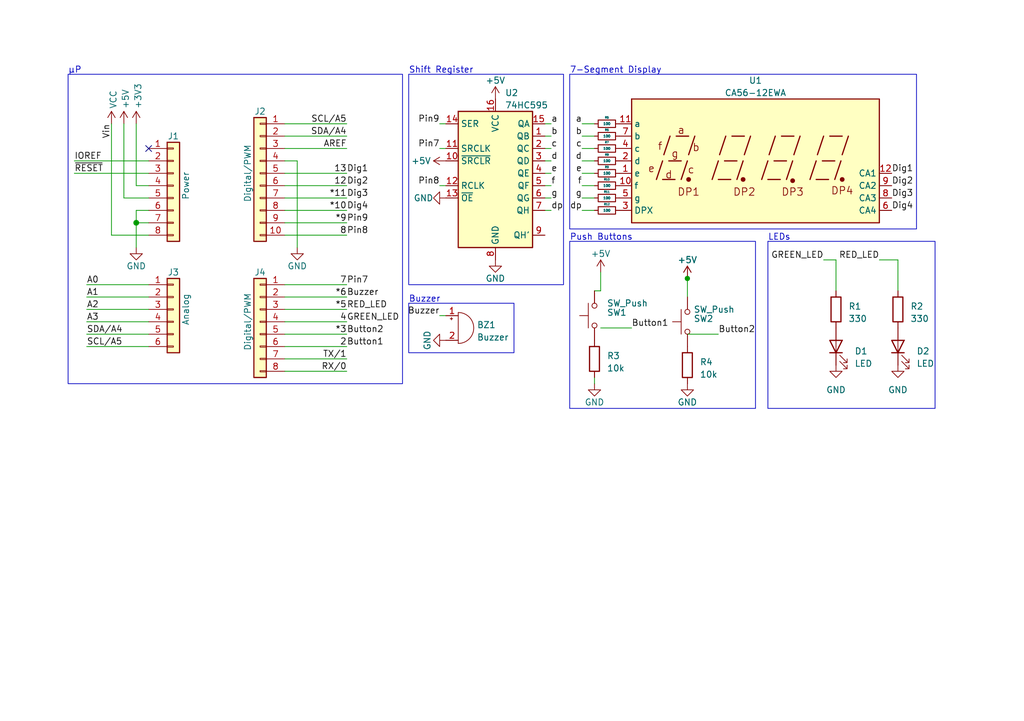
<source format=kicad_sch>
(kicad_sch (version 20230121) (generator eeschema)
  (paper "A5")
  (title_block (title "Kitchen Timer") (date "mar. 31 mars 2015") (rev "1.0"))
  (lib_symbols
    (symbol "+5V_1" (power) (pin_names (offset 0))
      (property "Value" "+5V_1" (at 0 3.556 0))
      (symbol "+5V_1_0_1"
        (polyline (pts (xy -0.762 1.27) (xy 0 2.54)))
        (polyline (pts (xy 0 0) (xy 0 2.54)))
        (polyline (pts (xy 0 2.54) (xy 0.762 1.27)))
      )
      (symbol "+5V_1_1_1"
        (pin power_in line (at 0 0 90) (length 0) hide (name "+5V") (number "1"))
      )
    )
    (symbol "74xx:74HC595"
      (property "Reference" "U" (at -7.62 13.97 0))
      (property "Value" "74HC595" (at -7.62 -16.51 0))
      (symbol "74HC595_1_0"
        (pin tri_state line (at 10.16 7.62 180) (length 2.54) (name "QB") (number "1"))
        (pin input line (at -10.16 2.54 0) (length 2.54) (name "~{SRCLR}") (number "10"))
        (pin input line (at -10.16 5.08 0) (length 2.54) (name "SRCLK") (number "11"))
        (pin input line (at -10.16 -2.54 0) (length 2.54) (name "RCLK") (number "12"))
        (pin input line (at -10.16 -5.08 0) (length 2.54) (name "~{OE}") (number "13"))
        (pin input line (at -10.16 10.16 0) (length 2.54) (name "SER") (number "14"))
        (pin tri_state line (at 10.16 10.16 180) (length 2.54) (name "QA") (number "15"))
        (pin power_in line (at 0 15.24 270) (length 2.54) (name "VCC") (number "16"))
        (pin tri_state line (at 10.16 5.08 180) (length 2.54) (name "QC") (number "2"))
        (pin tri_state line (at 10.16 2.54 180) (length 2.54) (name "QD") (number "3"))
        (pin tri_state line (at 10.16 0 180) (length 2.54) (name "QE") (number "4"))
        (pin tri_state line (at 10.16 -2.54 180) (length 2.54) (name "QF") (number "5"))
        (pin tri_state line (at 10.16 -5.08 180) (length 2.54) (name "QG") (number "6"))
        (pin tri_state line (at 10.16 -7.62 180) (length 2.54) (name "QH") (number "7"))
        (pin power_in line (at 0 -17.78 90) (length 2.54) (name "GND") (number "8"))
        (pin output line (at 10.16 -12.7 180) (length 2.54) (name "QH'") (number "9"))
      )
      (symbol "74HC595_1_1"
        (rectangle (start -7.62 12.7) (end 7.62 -15.24) (stroke (width 0.254)) (fill (type background)))
      )
    )
    (symbol "Connector_Generic:Conn_01x06" (pin_names (offset 1.016) hide)
      (property "Reference" "J" (at 0 7.62 0))
      (property "Value" "Conn_01x06" (at 0 -10.16 0))
      (symbol "Conn_01x06_1_1"
        (rectangle (start -1.27 -7.493) (end 0 -7.747) (stroke (width 0.1524)))
        (rectangle (start -1.27 -4.953) (end 0 -5.207) (stroke (width 0.1524)))
        (rectangle (start -1.27 -2.413) (end 0 -2.667) (stroke (width 0.1524)))
        (rectangle (start -1.27 0.127) (end 0 -0.127) (stroke (width 0.1524)))
        (rectangle (start -1.27 2.667) (end 0 2.413) (stroke (width 0.1524)))
        (rectangle (start -1.27 5.207) (end 0 4.953) (stroke (width 0.1524)))
        (rectangle (start -1.27 6.35) (end 1.27 -8.89) (stroke (width 0.254)) (fill (type background)))
        (pin passive line (at -5.08 5.08 0) (length 3.81) (name "Pin_1") (number "1"))
        (pin passive line (at -5.08 2.54 0) (length 3.81) (name "Pin_2") (number "2"))
        (pin passive line (at -5.08 0 0) (length 3.81) (name "Pin_3") (number "3"))
        (pin passive line (at -5.08 -2.54 0) (length 3.81) (name "Pin_4") (number "4"))
        (pin passive line (at -5.08 -5.08 0) (length 3.81) (name "Pin_5") (number "5"))
        (pin passive line (at -5.08 -7.62 0) (length 3.81) (name "Pin_6") (number "6"))
      )
    )
    (symbol "Connector_Generic:Conn_01x08" (pin_names (offset 1.016) hide)
      (property "Reference" "J" (at 0 10.16 0))
      (property "Value" "Conn_01x08" (at 0 -12.7 0))
      (symbol "Conn_01x08_1_1"
        (rectangle (start -1.27 -10.033) (end 0 -10.287) (stroke (width 0.1524)))
        (rectangle (start -1.27 -7.493) (end 0 -7.747) (stroke (width 0.1524)))
        (rectangle (start -1.27 -4.953) (end 0 -5.207) (stroke (width 0.1524)))
        (rectangle (start -1.27 -2.413) (end 0 -2.667) (stroke (width 0.1524)))
        (rectangle (start -1.27 0.127) (end 0 -0.127) (stroke (width 0.1524)))
        (rectangle (start -1.27 2.667) (end 0 2.413) (stroke (width 0.1524)))
        (rectangle (start -1.27 5.207) (end 0 4.953) (stroke (width 0.1524)))
        (rectangle (start -1.27 7.747) (end 0 7.493) (stroke (width 0.1524)))
        (rectangle (start -1.27 8.89) (end 1.27 -11.43) (stroke (width 0.254)) (fill (type background)))
        (pin passive line (at -5.08 7.62 0) (length 3.81) (name "Pin_1") (number "1"))
        (pin passive line (at -5.08 5.08 0) (length 3.81) (name "Pin_2") (number "2"))
        (pin passive line (at -5.08 2.54 0) (length 3.81) (name "Pin_3") (number "3"))
        (pin passive line (at -5.08 0 0) (length 3.81) (name "Pin_4") (number "4"))
        (pin passive line (at -5.08 -2.54 0) (length 3.81) (name "Pin_5") (number "5"))
        (pin passive line (at -5.08 -5.08 0) (length 3.81) (name "Pin_6") (number "6"))
        (pin passive line (at -5.08 -7.62 0) (length 3.81) (name "Pin_7") (number "7"))
        (pin passive line (at -5.08 -10.16 0) (length 3.81) (name "Pin_8") (number "8"))
      )
    )
    (symbol "Connector_Generic:Conn_01x10" (pin_names (offset 1.016) hide)
      (property "Reference" "J" (at 0 12.7 0))
      (property "Value" "Conn_01x10" (at 0 -15.24 0))
      (symbol "Conn_01x10_1_1"
        (rectangle (start -1.27 -12.573) (end 0 -12.827) (stroke (width 0.1524)))
        (rectangle (start -1.27 -10.033) (end 0 -10.287) (stroke (width 0.1524)))
        (rectangle (start -1.27 -7.493) (end 0 -7.747) (stroke (width 0.1524)))
        (rectangle (start -1.27 -4.953) (end 0 -5.207) (stroke (width 0.1524)))
        (rectangle (start -1.27 -2.413) (end 0 -2.667) (stroke (width 0.1524)))
        (rectangle (start -1.27 0.127) (end 0 -0.127) (stroke (width 0.1524)))
        (rectangle (start -1.27 2.667) (end 0 2.413) (stroke (width 0.1524)))
        (rectangle (start -1.27 5.207) (end 0 4.953) (stroke (width 0.1524)))
        (rectangle (start -1.27 7.747) (end 0 7.493) (stroke (width 0.1524)))
        (rectangle (start -1.27 10.287) (end 0 10.033) (stroke (width 0.1524)))
        (rectangle (start -1.27 11.43) (end 1.27 -13.97) (stroke (width 0.254)) (fill (type background)))
        (pin passive line (at -5.08 10.16 0) (length 3.81) (name "Pin_1") (number "1"))
        (pin passive line (at -5.08 -12.7 0) (length 3.81) (name "Pin_10") (number "10"))
        (pin passive line (at -5.08 7.62 0) (length 3.81) (name "Pin_2") (number "2"))
        (pin passive line (at -5.08 5.08 0) (length 3.81) (name "Pin_3") (number "3"))
        (pin passive line (at -5.08 2.54 0) (length 3.81) (name "Pin_4") (number "4"))
        (pin passive line (at -5.08 0 0) (length 3.81) (name "Pin_5") (number "5"))
        (pin passive line (at -5.08 -2.54 0) (length 3.81) (name "Pin_6") (number "6"))
        (pin passive line (at -5.08 -5.08 0) (length 3.81) (name "Pin_7") (number "7"))
        (pin passive line (at -5.08 -7.62 0) (length 3.81) (name "Pin_8") (number "8"))
        (pin passive line (at -5.08 -10.16 0) (length 3.81) (name "Pin_9") (number "9"))
      )
    )
    (symbol "Device:Buzzer" (pin_names (offset 0.0254) hide)
      (property "Reference" "BZ" (at 3.81 1.27 0))
      (property "Value" "Buzzer" (at 3.81 -1.27 0))
      (symbol "Buzzer_0_1"
        (arc (start 0 -3.175) (mid 3.1612 0) (end 0 3.175))
        (polyline (pts (xy -1.651 1.905) (xy -1.143 1.905)))
        (polyline (pts (xy -1.397 2.159) (xy -1.397 1.651)))
        (polyline (pts (xy 0 3.175) (xy 0 -3.175)))
      )
      (symbol "Buzzer_1_1"
        (pin passive line (at -2.54 2.54 0) (length 2.54) (name "-") (number "1"))
        (pin passive line (at -2.54 -2.54 0) (length 2.54) (name "+") (number "2"))
      )
    )
    (symbol "Device:LED" (pin_numbers hide) (pin_names (offset 1.016) hide)
      (property "Reference" "D" (at 0 2.54 0))
      (property "Value" "LED" (at 0 -2.54 0))
      (symbol "LED_0_1"
        (polyline (pts (xy -1.27 -1.27) (xy -1.27 1.27)) (stroke (width 0.254)))
        (polyline (pts (xy -1.27 0) (xy 1.27 0)))
        (polyline (pts (xy 1.27 -1.27) (xy 1.27 1.27) (xy -1.27 0) (xy 1.27 -1.27)) (stroke (width 0.254)))
        (polyline (pts (xy -3.048 -0.762) (xy -4.572 -2.286) (xy -3.81 -2.286) (xy -4.572 -2.286) (xy -4.572 -1.524)))
        (polyline (pts (xy -1.778 -0.762) (xy -3.302 -2.286) (xy -2.54 -2.286) (xy -3.302 -2.286) (xy -3.302 -1.524)))
      )
      (symbol "LED_1_1"
        (pin passive line (at -3.81 0 0) (length 2.54) (name "K") (number "1"))
        (pin passive line (at 3.81 0 180) (length 2.54) (name "A") (number "2"))
      )
    )
    (symbol "Device:R" (pin_numbers hide) (pin_names (offset 0))
      (property "Reference" "R" (at 2.032 0 90))
      (property "Value" "R" (at 0 0 90))
      (symbol "R_0_1"
        (rectangle (start -1.016 -2.54) (end 1.016 2.54) (stroke (width 0.254)))
      )
      (symbol "R_1_1"
        (pin passive line (at 0 3.81 270) (length 1.27) (name "~") (number "1"))
        (pin passive line (at 0 -3.81 90) (length 1.27) (name "~") (number "2"))
      )
    )
    (symbol "Device:R_Small" (pin_numbers hide) (pin_names (offset 0.254) hide)
      (property "Reference" "R" (at 0.762 0.508 0))
      (property "Value" "R_Small" (at 0.762 -1.016 0))
      (symbol "R_Small_0_1"
        (rectangle (start -0.762 1.778) (end 0.762 -1.778) (stroke (width 0.2032)))
      )
      (symbol "R_Small_1_1"
        (pin passive line (at 0 2.54 270) (length 0.762) (name "~") (number "1"))
        (pin passive line (at 0 -2.54 90) (length 0.762) (name "~") (number "2"))
      )
    )
    (symbol "Display_Character:CA56-12EWA"
      (property "Reference" "U" (at -24.13 13.97 0))
      (property "Value" "CA56-12EWA" (at 19.05 13.97 0))
      (symbol "CA56-12EWA_0_0"
        (rectangle (start -25.4 12.7) (end 25.4 -12.7) (stroke (width 0.254)) (fill (type background)))
        (polyline (pts (xy -20.32 -3.81) (xy -19.05 0)) (stroke (width 0.254)))
        (polyline (pts (xy -19.05 -3.81) (xy -16.51 -3.81)) (stroke (width 0.254)))
        (polyline (pts (xy -18.796 1.27) (xy -17.526 5.08)) (stroke (width 0.254)))
        (polyline (pts (xy -17.78 0) (xy -15.24 0)) (stroke (width 0.254)))
        (polyline (pts (xy -16.256 5.08) (xy -13.716 5.08)) (stroke (width 0.254)))
        (polyline (pts (xy -15.24 -3.81) (xy -13.97 0)) (stroke (width 0.254)))
        (polyline (pts (xy -13.716 1.27) (xy -12.446 5.08)) (stroke (width 0.254)))
        (polyline (pts (xy -8.89 -3.81) (xy -7.62 0)) (stroke (width 0.254)))
        (polyline (pts (xy -7.62 -3.81) (xy -5.08 -3.81)) (stroke (width 0.254)))
        (polyline (pts (xy -7.366 1.27) (xy -6.096 5.08)) (stroke (width 0.254)))
        (polyline (pts (xy -6.35 0) (xy -3.81 0)) (stroke (width 0.254)))
        (polyline (pts (xy -4.826 5.08) (xy -2.286 5.08)) (stroke (width 0.254)))
        (polyline (pts (xy -3.81 -3.81) (xy -2.54 0)) (stroke (width 0.254)))
        (polyline (pts (xy -2.286 1.27) (xy -1.016 5.08)) (stroke (width 0.254)))
        (polyline (pts (xy 1.27 -3.81) (xy 2.54 0)) (stroke (width 0.254)))
        (polyline (pts (xy 2.54 -3.81) (xy 5.08 -3.81)) (stroke (width 0.254)))
        (polyline (pts (xy 2.794 1.27) (xy 4.064 5.08)) (stroke (width 0.254)))
        (polyline (pts (xy 3.81 0) (xy 6.35 0)) (stroke (width 0.254)))
        (polyline (pts (xy 5.334 5.08) (xy 7.874 5.08)) (stroke (width 0.254)))
        (polyline (pts (xy 6.35 -3.81) (xy 7.62 0)) (stroke (width 0.254)))
        (polyline (pts (xy 7.874 1.27) (xy 9.144 5.08)) (stroke (width 0.254)))
        (polyline (pts (xy 11.176 -3.81) (xy 12.446 0)) (stroke (width 0.254)))
        (polyline (pts (xy 12.446 -3.81) (xy 14.986 -3.81)) (stroke (width 0.254)))
        (polyline (pts (xy 12.7 1.27) (xy 13.97 5.08)) (stroke (width 0.254)))
        (polyline (pts (xy 13.716 0) (xy 16.256 0)) (stroke (width 0.254)))
        (polyline (pts (xy 15.24 5.08) (xy 17.78 5.08)) (stroke (width 0.254)))
        (polyline (pts (xy 16.256 -3.81) (xy 17.526 0)) (stroke (width 0.254)))
        (polyline (pts (xy 17.78 1.27) (xy 19.05 5.08)) (stroke (width 0.254)))
        (text "a" (at -15.24 6.35 0) (effects (font (size 1.524 1.524))))
        (text "b" (at -12.192 2.794 0) (effects (font (size 1.524 1.524))))
        (text "c" (at -13.208 -1.778 0) (effects (font (size 1.524 1.524))))
        (text "d" (at -17.78 -2.794 0) (effects (font (size 1.524 1.524))))
        (text "DP1" (at -13.716 -6.35 0) (effects (font (size 1.524 1.524))))
        (text "DP2" (at -2.286 -6.35 0) (effects (font (size 1.524 1.524))))
        (text "DP3" (at 7.62 -6.35 0) (effects (font (size 1.524 1.524))))
        (text "DP4" (at 17.78 -6.096 0) (effects (font (size 1.524 1.524))))
        (text "e" (at -21.336 -1.524 0) (effects (font (size 1.524 1.524))))
        (text "f" (at -19.558 3.048 0) (effects (font (size 1.524 1.524))))
        (text "g" (at -16.51 1.524 0) (effects (font (size 1.524 1.524))))
      )
      (symbol "CA56-12EWA_0_1"
        (circle (center -13.716 -3.81) (radius 0.3556) (stroke (width 0.254)) (fill (type outline)))
        (circle (center -2.54 -3.81) (radius 0.3556) (stroke (width 0.254)) (fill (type outline)))
      )
      (symbol "CA56-12EWA_1_0"
        (circle (center 7.62 -4.064) (radius 0.3556) (stroke (width 0.254)) (fill (type outline)))
        (circle (center 17.78 -3.81) (radius 0.3556) (stroke (width 0.254)) (fill (type outline)))
      )
      (symbol "CA56-12EWA_1_1"
        (pin input line (at -27.94 -2.54 0) (length 2.54) (name "e") (number "1"))
        (pin input line (at -27.94 -5.08 0) (length 2.54) (name "f") (number "10"))
        (pin input line (at -27.94 7.62 0) (length 2.54) (name "a") (number "11"))
        (pin input line (at 27.94 -2.54 180) (length 2.54) (name "CA1") (number "12"))
        (pin input line (at -27.94 0 0) (length 2.54) (name "d") (number "2"))
        (pin input line (at -27.94 -10.16 0) (length 2.54) (name "DPX") (number "3"))
        (pin input line (at -27.94 2.54 0) (length 2.54) (name "c") (number "4"))
        (pin input line (at -27.94 -7.62 0) (length 2.54) (name "g") (number "5"))
        (pin input line (at 27.94 -10.16 180) (length 2.54) (name "CA4") (number "6"))
        (pin input line (at -27.94 5.08 0) (length 2.54) (name "b") (number "7"))
        (pin input line (at 27.94 -7.62 180) (length 2.54) (name "CA3") (number "8"))
        (pin input line (at 27.94 -5.08 180) (length 2.54) (name "CA2") (number "9"))
      )
    )
    (symbol "GND_1" (power) (pin_names (offset 0))
      (property "Value" "GND_1" (at 0 -3.81 0))
      (symbol "GND_1_0_1"
        (polyline (pts (xy 0 0) (xy 0 -1.27) (xy 1.27 -1.27) (xy 0 -2.54) (xy -1.27 -1.27) (xy 0 -1.27)))
      )
      (symbol "GND_1_1_1"
        (pin power_in line (at 0 0 270) (length 0) hide (name "GND") (number "1"))
      )
    )
    (symbol "GND_2" (power) (pin_names (offset 0))
      (property "Value" "GND_2" (at 0 -3.81 0))
      (symbol "GND_2_0_1"
        (polyline (pts (xy 0 0) (xy 0 -1.27) (xy 1.27 -1.27) (xy 0 -2.54) (xy -1.27 -1.27) (xy 0 -1.27)))
      )
      (symbol "GND_2_1_1"
        (pin power_in line (at 0 0 270) (length 0) hide (name "GND") (number "1"))
      )
    )
    (symbol "GND_3" (power) (pin_names (offset 0))
      (property "Value" "GND_3" (at 0 -3.81 0))
      (symbol "GND_3_0_1"
        (polyline (pts (xy 0 0) (xy 0 -1.27) (xy 1.27 -1.27) (xy 0 -2.54) (xy -1.27 -1.27) (xy 0 -1.27)))
      )
      (symbol "GND_3_1_1"
        (pin power_in line (at 0 0 270) (length 0) hide (name "GND") (number "1"))
      )
    )
    (symbol "Switch:SW_Push" (pin_numbers hide) (pin_names (offset 1.016) hide)
      (property "Reference" "SW" (at 1.27 2.54 0))
      (property "Value" "SW_Push" (at 0 -1.524 0))
      (symbol "SW_Push_0_1"
        (circle (center -2.032 0) (radius 0.508))
        (polyline (pts (xy 0 1.27) (xy 0 3.048)))
        (polyline (pts (xy 2.54 1.27) (xy -2.54 1.27)))
        (circle (center 2.032 0) (radius 0.508))
        (pin passive line (at -5.08 0 0) (length 2.54) (name "1") (number "1"))
        (pin passive line (at 5.08 0 180) (length 2.54) (name "2") (number "2"))
      )
    )
    (symbol "power:+3V3" (power) (pin_names (offset 0))
      (property "Value" "+3V3" (at 0 3.556 0))
      (symbol "+3V3_0_1"
        (polyline (pts (xy -0.762 1.27) (xy 0 2.54)))
        (polyline (pts (xy 0 0) (xy 0 2.54)))
        (polyline (pts (xy 0 2.54) (xy 0.762 1.27)))
      )
      (symbol "+3V3_1_1"
        (pin power_in line (at 0 0 90) (length 0) hide (name "+3V3") (number "1"))
      )
    )
    (symbol "power:+5V" (power) (pin_names (offset 0))
      (property "Value" "+5V" (at 0 3.556 0))
      (symbol "+5V_0_1"
        (polyline (pts (xy -0.762 1.27) (xy 0 2.54)))
        (polyline (pts (xy 0 0) (xy 0 2.54)))
        (polyline (pts (xy 0 2.54) (xy 0.762 1.27)))
      )
      (symbol "+5V_1_1"
        (pin power_in line (at 0 0 90) (length 0) hide (name "+5V") (number "1"))
      )
    )
    (symbol "power:GND" (power) (pin_names (offset 0))
      (property "Value" "GND" (at 0 -3.81 0))
      (symbol "GND_0_1"
        (polyline (pts (xy 0 0) (xy 0 -1.27) (xy 1.27 -1.27) (xy 0 -2.54) (xy -1.27 -1.27) (xy 0 -1.27)))
      )
      (symbol "GND_1_1"
        (pin power_in line (at 0 0 270) (length 0) hide (name "GND") (number "1"))
      )
    )
    (symbol "power:VCC" (power) (pin_names (offset 0))
      (property "Value" "VCC" (at 0 3.81 0))
      (symbol "VCC_0_1"
        (polyline (pts (xy -0.762 1.27) (xy 0 2.54)))
        (polyline (pts (xy 0 0) (xy 0 2.54)))
        (polyline (pts (xy 0 2.54) (xy 0.762 1.27)))
      )
      (symbol "VCC_1_1"
        (pin power_in line (at 0 0 90) (length 0) hide (name "VCC") (number "1"))
      )
    )
  )
  (junction (at 27.94 45.72) (diameter 1.016))
  (junction (at 140.97 57.15))
  (no_connect (at 30.48 30.48))
  (wire (pts (xy 58.42 76.2) (xy 71.12 76.2)))
  (wire (pts (xy 111.76 33.02) (xy 113.03 33.02)))
  (wire (pts (xy 58.42 43.18) (xy 71.12 43.18)))
  (wire (pts (xy 119.38 25.4) (xy 121.92 25.4)))
  (wire (pts (xy 58.42 25.4) (xy 71.12 25.4)))
  (wire (pts (xy 119.38 43.18) (xy 121.92 43.18)))
  (wire (pts (xy 119.38 38.1) (xy 121.92 38.1)))
  (wire (pts (xy 27.94 43.18) (xy 27.94 45.72)))
  (wire (pts (xy 17.78 71.12) (xy 30.48 71.12)))
  (wire (pts (xy 90.17 38.1) (xy 91.44 38.1)))
  (wire (pts (xy 180.34 53.34) (xy 184.15 53.34)))
  (wire (pts (xy 27.94 45.72) (xy 27.94 50.8)))
  (wire (pts (xy 111.76 35.56) (xy 113.03 35.56)))
  (wire (pts (xy 27.94 38.1) (xy 30.48 38.1)))
  (wire (pts (xy 25.4 40.64) (xy 30.48 40.64)))
  (wire (pts (xy 25.4 25.4) (xy 25.4 40.64)))
  (wire (pts (xy 140.97 68.58) (xy 147.32 68.58)))
  (wire (pts (xy 58.42 35.56) (xy 71.12 35.56)))
  (wire (pts (xy 27.94 25.4) (xy 27.94 38.1)))
  (wire (pts (xy 58.42 58.42) (xy 71.12 58.42)))
  (wire (pts (xy 30.48 58.42) (xy 17.78 58.42)))
  (wire (pts (xy 58.42 38.1) (xy 71.12 38.1)))
  (wire (pts (xy 58.42 60.96) (xy 71.12 60.96)))
  (wire (pts (xy 111.76 43.18) (xy 113.03 43.18)))
  (wire (pts (xy 168.91 53.34) (xy 171.45 53.34)))
  (wire (pts (xy 58.42 45.72) (xy 71.12 45.72)))
  (wire (pts (xy 58.42 66.04) (xy 71.12 66.04)))
  (wire (pts (xy 15.24 33.02) (xy 30.48 33.02)))
  (wire (pts (xy 111.76 25.4) (xy 113.03 25.4)))
  (wire (pts (xy 121.92 78.74) (xy 121.92 77.47)))
  (wire (pts (xy 119.38 33.02) (xy 121.92 33.02)))
  (wire (pts (xy 60.96 33.02) (xy 60.96 50.8)))
  (wire (pts (xy 111.76 27.94) (xy 113.03 27.94)))
  (wire (pts (xy 184.15 53.34) (xy 184.15 59.69)))
  (wire (pts (xy 58.42 30.48) (xy 71.12 30.48)))
  (wire (pts (xy 30.48 63.5) (xy 17.78 63.5)))
  (wire (pts (xy 15.24 35.56) (xy 30.48 35.56)))
  (wire (pts (xy 90.17 25.4) (xy 91.44 25.4)))
  (wire (pts (xy 90.17 30.48) (xy 91.44 30.48)))
  (wire (pts (xy 119.38 40.64) (xy 121.92 40.64)))
  (wire (pts (xy 30.48 45.72) (xy 27.94 45.72)))
  (wire (pts (xy 123.19 59.69) (xy 121.92 59.69)))
  (wire (pts (xy 30.48 48.26) (xy 22.86 48.26)))
  (wire (pts (xy 140.97 57.15) (xy 140.97 60.96)))
  (wire (pts (xy 17.78 60.96) (xy 30.48 60.96)))
  (wire (pts (xy 123.19 55.88) (xy 123.19 59.69)))
  (wire (pts (xy 111.76 30.48) (xy 113.03 30.48)))
  (wire (pts (xy 58.42 33.02) (xy 60.96 33.02)))
  (wire (pts (xy 123.19 67.31) (xy 129.54 67.31)))
  (wire (pts (xy 119.38 27.94) (xy 121.92 27.94)))
  (wire (pts (xy 30.48 43.18) (xy 27.94 43.18)))
  (wire (pts (xy 58.42 40.64) (xy 71.12 40.64)))
  (wire (pts (xy 58.42 63.5) (xy 71.12 63.5)))
  (wire (pts (xy 171.45 53.34) (xy 171.45 59.69)))
  (wire (pts (xy 119.38 30.48) (xy 121.92 30.48)))
  (wire (pts (xy 17.78 66.04) (xy 30.48 66.04)))
  (wire (pts (xy 58.42 27.94) (xy 71.12 27.94)))
  (wire (pts (xy 90.17 64.77) (xy 91.44 64.77)))
  (wire (pts (xy 58.42 71.12) (xy 71.12 71.12)))
  (wire (pts (xy 111.76 38.1) (xy 113.03 38.1)))
  (wire (pts (xy 58.42 68.58) (xy 71.12 68.58)))
  (wire (pts (xy 119.38 35.56) (xy 121.92 35.56)))
  (wire (pts (xy 58.42 73.66) (xy 71.12 73.66)))
  (wire (pts (xy 22.86 48.26) (xy 22.86 25.4)))
  (wire (pts (xy 111.76 40.64) (xy 113.03 40.64)))
  (wire (pts (xy 30.48 68.58) (xy 17.78 68.58)))
  (wire (pts (xy 58.42 48.26) (xy 71.12 48.26)))
  (rectangle (start 83.82 62.23) (end 105.41 72.39))
  (rectangle (start 13.97 15.24) (end 82.55 78.74))
  (rectangle (start 116.84 15.24) (end 187.96 46.99))
  (rectangle (start 157.48 49.53) (end 191.77 83.82))
  (rectangle (start 116.84 49.53) (end 154.94 83.82))
  (rectangle (start 83.82 15.24) (end 115.57 58.42))
  (text "LEDs" (at 157.48 49.53 0) (effects (font (size 1.27 1.27)) (justify left bottom)))
  (text "Push Buttons" (at 116.84 49.53 0) (effects (font (size 1.27 1.27)) (justify left bottom)))
  (text "Shift Register" (at 83.82 15.24 0) (effects (font (size 1.27 1.27)) (justify left bottom)))
  (text "* Indicates a PWM-capable pin" (at 177.8 180.34 0) (effects (font (size 1.27 1.27)) (justify left bottom)))
  (text "7-Segment Display" (at 116.84 15.24 0) (effects (font (size 1.27 1.27)) (justify left bottom)))
  (text "Buzzer" (at 83.82 62.23 0) (effects (font (size 1.27 1.27)) (justify left bottom)))
  (text "µP" (at 13.97 15.24 0) (effects (font (size 1.27 1.27)) (justify left bottom)))
  (label "RX{slash}0" (at 71.12 76.2 180))
  (label "Dig4" (at 71.12 43.18 0))
  (label "A2" (at 17.78 63.5 0))
  (label "dp" (at 113.03 43.18 0))
  (label "4" (at 71.12 66.04 180))
  (label "f" (at 119.38 38.1 180))
  (label "Dig4" (at 182.88 43.18 0))
  (label "Pin8" (at 71.12 48.26 0))
  (label "Dig1" (at 71.12 35.56 0))
  (label "2" (at 71.12 71.12 180))
  (label "f" (at 113.03 38.1 0))
  (label "A3" (at 17.78 66.04 0))
  (label "RED_LED" (at 71.12 63.5 0))
  (label "13" (at 71.12 35.56 180))
  (label "d" (at 119.38 33.02 180))
  (label "Button1" (at 71.12 71.12 0))
  (label "12" (at 71.12 38.1 180))
  (label "e" (at 119.38 35.56 180))
  (label "~{RESET}" (at 15.24 35.56 0))
  (label "c" (at 119.38 30.48 180))
  (label "GREEN_LED" (at 71.12 66.04 0))
  (label "g" (at 113.03 40.64 0))
  (label "*10" (at 71.12 43.18 180))
  (label "e" (at 113.03 35.56 0))
  (label "Button2" (at 71.12 68.58 0))
  (label "Pin9" (at 90.17 25.4 180))
  (label "Pin9" (at 71.12 45.72 0))
  (label "Pin7" (at 90.17 30.48 180))
  (label "Dig3" (at 182.88 40.64 0))
  (label "7" (at 71.12 58.42 180))
  (label "SDA{slash}A4" (at 71.12 27.94 180))
  (label "Dig2" (at 182.88 38.1 0))
  (label "8" (at 71.12 48.26 180))
  (label "RED_LED" (at 180.34 53.34 180))
  (label "b" (at 119.38 27.94 180))
  (label "c" (at 113.03 30.48 0))
  (label "d" (at 113.03 33.02 0))
  (label "*11" (at 71.12 40.64 180))
  (label "*3" (at 71.12 68.58 180))
  (label "Dig3" (at 71.12 40.64 0))
  (label "A1" (at 17.78 60.96 0))
  (label "TX{slash}1" (at 71.12 73.66 180))
  (label "Button2" (at 147.32 68.58 0))
  (label "a" (at 119.38 25.4 180))
  (label "A0" (at 17.78 58.42 0))
  (label "AREF" (at 71.12 30.48 180))
  (label "Vin" (at 22.86 25.4 270))
  (label "dp" (at 119.38 43.18 180))
  (label "*6" (at 71.12 60.96 180))
  (label "g" (at 119.38 40.64 180))
  (label "SCL{slash}A5" (at 71.12 25.4 180))
  (label "b" (at 113.03 27.94 0))
  (label "*9" (at 71.12 45.72 180))
  (label "GREEN_LED" (at 168.91 53.34 180))
  (label "*5" (at 71.12 63.5 180))
  (label "Dig2" (at 71.12 38.1 0))
  (label "Buzzer" (at 71.12 60.96 0))
  (label "IOREF" (at 15.24 33.02 0))
  (label "Pin8" (at 90.17 38.1 180))
  (label "a" (at 113.03 25.4 0))
  (label "Pin7" (at 71.12 58.42 0))
  (label "SDA{slash}A4" (at 17.78 68.58 0))
  (label "SCL{slash}A5" (at 17.78 71.12 0))
  (label "Buzzer" (at 90.17 64.77 180))
  (label "Button1" (at 129.54 67.31 0))
  (label "Dig1" (at 182.88 35.56 0))
  (symbol (lib_id "Connector_Generic:Conn_01x08") (at 35.56 38.1 0) (unit 1)
    (property "Reference" "J1" (at 35.56 27.94 0))
    (property "Value" "Power" (at 38.1 38.1 90))
    (property "Footprint" "Connector_PinSocket_2.54mm:PinSocket_1x08_P2.54mm_Vertical" (effects hide))
  )
  (symbol (lib_id "power:+3V3") (at 27.94 25.4 0) (unit 1)
    (property "Reference" "#PWR03" (effects hide))
    (property "Value" "+3.3V" (at 28.321 22.352 90) (effects (justify left)))
  )
  (symbol (lib_id "power:+5V") (at 25.4 25.4 0) (unit 1)
    (property "Reference" "#PWR02" (effects hide))
    (property "Value" "+5V" (at 25.7556 22.352 90) (effects (justify left)))
  )
  (symbol (lib_id "power:GND") (at 27.94 50.8 0) (unit 1)
    (property "Reference" "#PWR04" (effects hide))
    (property "Value" "GND" (at 27.94 54.61 0))
  )
  (symbol (lib_id "Connector_Generic:Conn_01x10") (at 53.34 35.56 0) (mirror y) (unit 1)
    (property "Reference" "J2" (at 53.34 22.86 0))
    (property "Value" "Digital/PWM" (at 50.8 35.56 90))
    (property "Footprint" "Connector_PinSocket_2.54mm:PinSocket_1x10_P2.54mm_Vertical" (effects hide))
  )
  (symbol (lib_id "power:GND") (at 60.96 50.8 0) (unit 1)
    (property "Reference" "#PWR05" (effects hide))
    (property "Value" "GND" (at 60.96 54.61 0))
  )
  (symbol (lib_id "Connector_Generic:Conn_01x06") (at 35.56 63.5 0) (unit 1)
    (property "Reference" "J3" (at 35.56 55.88 0))
    (property "Value" "Analog" (at 38.1 63.5 90))
    (property "Footprint" "Connector_PinSocket_2.54mm:PinSocket_1x06_P2.54mm_Vertical" (effects hide))
  )
  (symbol (lib_id "Connector_Generic:Conn_01x08") (at 53.34 66.04 0) (mirror y) (unit 1)
    (property "Reference" "J4" (at 53.34 55.88 0))
    (property "Value" "Digital/PWM" (at 50.8 66.04 90))
    (property "Footprint" "Connector_PinSocket_2.54mm:PinSocket_1x08_P2.54mm_Vertical" (effects hide))
  )
  (symbol (lib_id "Device:R_Small") (at 124.46 43.18 90) (unit 1)
    (property "Reference" "R12" (at 124.46 41.91 90) (effects (font (size 0.4 0.4))))
    (property "Value" "100" (at 124.46 43.18 90) (effects (font (size 0.5 0.5))))
    (property "Footprint" "Resistor_THT:R_Axial_DIN0207_L6.3mm_D2.5mm_P7.62mm_Horizontal" (effects hide))
  )
  (symbol (lib_name "GND_2") (lib_id "power:GND") (at 101.6 53.34 0) (unit 1)
    (property "Reference" "#PWR013" (effects hide))
    (property "Value" "GND" (at 101.6 57.15 0))
  )
  (symbol (lib_name "GND_1") (lib_id "power:GND") (at 140.97 78.74 0) (unit 1)
    (property "Reference" "#PWR011" (effects hide))
    (property "Value" "GND" (at 140.97 82.55 0))
  )
  (symbol (lib_id "Device:R") (at 140.97 74.93 0) (unit 1)
    (property "Reference" "R4" (at 143.51 74.295 0) (effects (justify left)))
    (property "Value" "10k" (at 143.51 76.835 0) (effects (justify left)))
    (property "Footprint" "Resistor_THT:R_Axial_DIN0207_L6.3mm_D2.5mm_P7.62mm_Horizontal" (effects hide))
  )
  (symbol (lib_name "+5V_1") (lib_id "power:+5V") (at 91.44 33.02 90) (unit 1)
    (property "Reference" "#PWR017" (effects hide))
    (property "Value" "+5V" (at 86.36 33.02 90))
  )
  (symbol (lib_id "Device:R") (at 121.92 73.66 0) (unit 1)
    (property "Reference" "R3" (at 124.46 73.025 0) (effects (justify left)))
    (property "Value" "10k" (at 124.46 75.565 0) (effects (justify left)))
    (property "Footprint" "Resistor_THT:R_Axial_DIN0207_L6.3mm_D2.5mm_P7.62mm_Horizontal" (effects hide))
  )
  (symbol (lib_id "Device:R_Small") (at 124.46 33.02 90) (unit 1)
    (property "Reference" "R8" (at 124.46 31.75 90) (effects (font (size 0.4 0.4))))
    (property "Value" "100" (at 124.46 33.02 90) (effects (font (size 0.5 0.5))))
    (property "Footprint" "Resistor_THT:R_Axial_DIN0207_L6.3mm_D2.5mm_P7.62mm_Horizontal" (effects hide))
  )
  (symbol (lib_name "GND_1") (lib_id "power:GND") (at 91.44 69.85 270) (unit 1)
    (property "Reference" "#PWR012" (effects hide))
    (property "Value" "GND" (at 87.63 69.85 0))
  )
  (symbol (lib_id "Device:LED") (at 184.15 71.12 90) (unit 1)
    (property "Reference" "D2" (at 187.96 72.0725 90) (effects (justify right)))
    (property "Value" "LED" (at 187.96 74.6125 90) (effects (justify right)))
    (property "Footprint" "LED_THT:LED_D5.0mm" (effects hide))
  )
  (symbol (lib_id "power:VCC") (at 22.86 25.4 0) (unit 1)
    (property "Reference" "#PWR01" (effects hide))
    (property "Value" "VCC" (at 23.241 22.352 90) (effects (justify left)))
  )
  (symbol (lib_id "Device:Buzzer") (at 93.98 67.31 0) (unit 1)
    (property "Reference" "BZ1" (at 97.79 66.675 0) (effects (justify left)))
    (property "Value" "Buzzer" (at 97.79 69.215 0) (effects (justify left)))
    (property "Footprint" "Buzzer_Beeper:Buzzer_15x7.5RM7.6" (effects hide))
  )
  (symbol (lib_name "+5V_1") (lib_id "power:+5V") (at 123.19 55.88 0) (unit 1)
    (property "Reference" "#PWR08" (effects hide))
    (property "Value" "+5V" (at 123.19 52.07 0))
  )
  (symbol (lib_id "Device:R") (at 171.45 63.5 0) (unit 1)
    (property "Reference" "R1" (at 173.99 62.865 0) (effects (justify left)))
    (property "Value" "330" (at 173.99 65.405 0) (effects (justify left)))
    (property "Footprint" "Resistor_THT:R_Axial_DIN0207_L6.3mm_D2.5mm_P7.62mm_Horizontal" (effects hide))
  )
  (symbol (lib_name "GND_1") (lib_id "power:GND") (at 171.45 74.93 0) (unit 1)
    (property "Reference" "#PWR06" (effects hide))
    (property "Value" "GND" (at 171.45 80.01 0))
  )
  (symbol (lib_id "Display_Character:CA56-12EWA") (at 154.94 33.02 0) (unit 1)
    (property "Reference" "U1" (at 154.94 16.51 0))
    (property "Value" "CA56-12EWA" (at 154.94 19.05 0))
    (property "Footprint" "Display_7Segment:CA56-12EWA" (effects hide))
    (property "Datasheet" "http://www.kingbrightusa.com/images/catalog/SPEC/CA56-12EWA.pdf" (effects hide))
  )
  (symbol (lib_name "GND_1") (lib_id "power:GND") (at 121.92 78.74 0) (unit 1)
    (property "Reference" "#PWR010" (effects hide))
    (property "Value" "GND" (at 121.92 82.55 0))
  )
  (symbol (lib_name "GND_1") (lib_id "power:GND") (at 184.15 74.93 0) (unit 1)
    (property "Reference" "#PWR07" (effects hide))
    (property "Value" "GND" (at 184.15 80.01 0))
  )
  (symbol (lib_name "+5V_1") (lib_id "power:+5V") (at 140.97 57.15 0) (unit 1)
    (property "Reference" "#PWR014" (effects hide))
    (property "Value" "+5V" (at 140.97 53.34 0))
  )
  (symbol (lib_id "Switch:SW_Push") (at 140.97 66.04 90) (unit 1)
    (property "Reference" "SW2" (at 142.24 65.405 90) (effects (justify right)))
    (property "Value" "SW_Push" (at 142.24 63.5 90) (effects (justify right)))
    (property "Footprint" "Button_Switch_THT:SW_PUSH_6mm" (effects hide))
  )
  (symbol (lib_name "+5V_1") (lib_id "power:+5V") (at 101.6 20.32 0) (unit 1)
    (property "Reference" "#PWR015" (effects hide))
    (property "Value" "+5V" (at 101.6 16.51 0))
  )
  (symbol (lib_id "Device:LED") (at 171.45 71.12 90) (unit 1)
    (property "Reference" "D1" (at 175.26 72.0725 90) (effects (justify right)))
    (property "Value" "LED" (at 175.26 74.6125 90) (effects (justify right)))
    (property "Footprint" "LED_THT:LED_D5.0mm" (effects hide))
  )
  (symbol (lib_id "Device:R") (at 184.15 63.5 0) (unit 1)
    (property "Reference" "R2" (at 186.69 62.865 0) (effects (justify left)))
    (property "Value" "330" (at 186.69 65.405 0) (effects (justify left)))
    (property "Footprint" "Resistor_THT:R_Axial_DIN0207_L6.3mm_D2.5mm_P7.62mm_Horizontal" (effects hide))
  )
  (symbol (lib_id "Switch:SW_Push") (at 121.92 64.77 90) (unit 1)
    (property "Reference" "SW1" (at 124.46 64.135 90) (effects (justify right)))
    (property "Value" "SW_Push" (at 124.46 62.23 90) (effects (justify right)))
    (property "Footprint" "Button_Switch_THT:SW_PUSH_6mm" (effects hide))
  )
  (symbol (lib_id "Device:R_Small") (at 124.46 30.48 90) (unit 1)
    (property "Reference" "R7" (at 124.46 29.21 90) (effects (font (size 0.4 0.4))))
    (property "Value" "100" (at 124.46 30.48 90) (effects (font (size 0.5 0.5))))
    (property "Footprint" "Resistor_THT:R_Axial_DIN0207_L6.3mm_D2.5mm_P7.62mm_Horizontal" (effects hide))
  )
  (symbol (lib_id "Device:R_Small") (at 124.46 25.4 90) (unit 1)
    (property "Reference" "R5" (at 124.46 24.13 90) (effects (font (size 0.4 0.4))))
    (property "Value" "100" (at 124.46 25.4 90) (effects (font (size 0.5 0.5))))
    (property "Footprint" "Resistor_THT:R_Axial_DIN0207_L6.3mm_D2.5mm_P7.62mm_Horizontal" (effects hide))
  )
  (symbol (lib_id "Device:R_Small") (at 124.46 27.94 90) (unit 1)
    (property "Reference" "R6" (at 124.46 26.67 90) (effects (font (size 0.4 0.4))))
    (property "Value" "100" (at 124.46 27.94 90) (effects (font (size 0.5 0.5))))
    (property "Footprint" "Resistor_THT:R_Axial_DIN0207_L6.3mm_D2.5mm_P7.62mm_Horizontal" (effects hide))
  )
  (symbol (lib_id "74xx:74HC595") (at 101.6 35.56 0) (unit 1)
    (property "Reference" "U2" (at 103.5559 19.05 0) (effects (justify left)))
    (property "Value" "74HC595" (at 103.5559 21.59 0) (effects (justify left)))
    (property "Datasheet" "http://www.ti.com/lit/ds/symlink/sn74hc595.pdf" (effects hide))
  )
  (symbol (lib_id "Device:R_Small") (at 124.46 35.56 90) (unit 1)
    (property "Reference" "R9" (at 124.46 34.29 90) (effects (font (size 0.4 0.4))))
    (property "Value" "100" (at 124.46 35.56 90) (effects (font (size 0.5 0.5))))
    (property "Footprint" "Resistor_THT:R_Axial_DIN0207_L6.3mm_D2.5mm_P7.62mm_Horizontal" (effects hide))
  )
  (symbol (lib_id "Device:R_Small") (at 124.46 40.64 90) (unit 1)
    (property "Reference" "R11" (at 124.46 39.37 90) (effects (font (size 0.4 0.4))))
    (property "Value" "100" (at 124.46 40.64 90) (effects (font (size 0.5 0.5))))
    (property "Footprint" "Resistor_THT:R_Axial_DIN0207_L6.3mm_D2.5mm_P7.62mm_Horizontal" (effects hide))
  )
  (symbol (lib_id "Device:R_Small") (at 124.46 38.1 90) (unit 1)
    (property "Reference" "R10" (at 124.46 36.83 90) (effects (font (size 0.4 0.4))))
    (property "Value" "100" (at 124.46 38.1 90) (effects (font (size 0.5 0.5))))
    (property "Footprint" "Resistor_THT:R_Axial_DIN0207_L6.3mm_D2.5mm_P7.62mm_Horizontal" (effects hide))
  )
  (symbol (lib_name "+5V_1") (lib_id "power:+5V") (at 140.97 57.15 0) (unit 1)
    (property "Reference" "#PWR09" (effects hide))
    (property "Value" "+5V" (at 140.97 53.34 0))
  )
  (symbol (lib_name "GND_3") (lib_id "power:GND") (at 91.44 40.64 270) (unit 1)
    (property "Reference" "#PWR016" (effects hide))
    (property "Value" "GND" (at 88.9 40.64 90) (effects (justify right)))
  )
)
</source>
